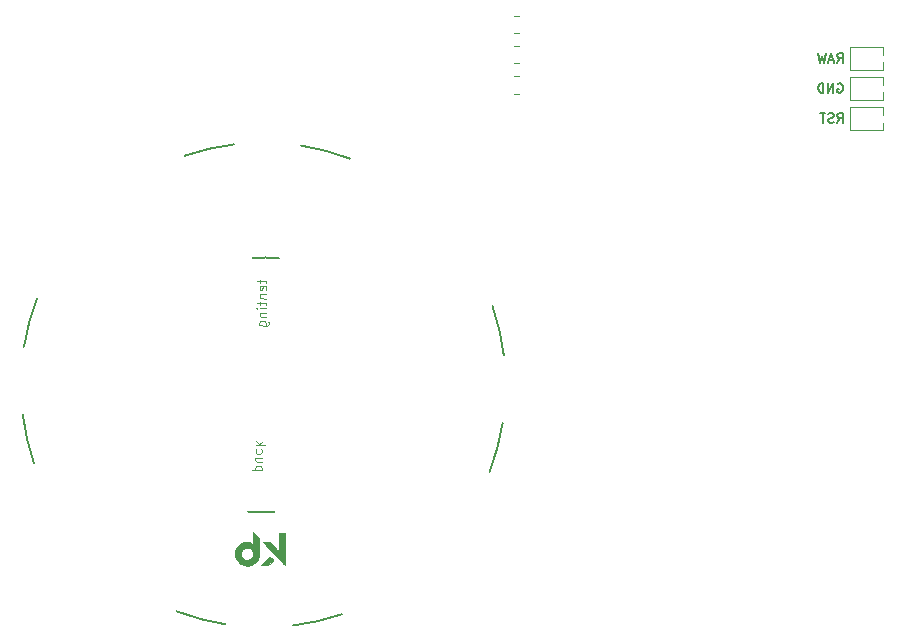
<source format=gbr>
%TF.GenerationSoftware,KiCad,Pcbnew,8.0.5-1.fc40*%
%TF.CreationDate,2024-10-14T16:03:34+11:00*%
%TF.ProjectId,pueo,7075656f-2e6b-4696-9361-645f70636258,0.1*%
%TF.SameCoordinates,Original*%
%TF.FileFunction,Legend,Bot*%
%TF.FilePolarity,Positive*%
%FSLAX46Y46*%
G04 Gerber Fmt 4.6, Leading zero omitted, Abs format (unit mm)*
G04 Created by KiCad (PCBNEW 8.0.5-1.fc40) date 2024-10-14 16:03:34*
%MOMM*%
%LPD*%
G01*
G04 APERTURE LIST*
%ADD10C,0.150000*%
%ADD11C,0.100000*%
%ADD12C,0.120000*%
%ADD13C,0.200000*%
%ADD14C,0.010000*%
G04 APERTURE END LIST*
D10*
X204761875Y-92853111D02*
X205028542Y-92472158D01*
X205219018Y-92853111D02*
X205219018Y-92053111D01*
X205219018Y-92053111D02*
X204914256Y-92053111D01*
X204914256Y-92053111D02*
X204838066Y-92091206D01*
X204838066Y-92091206D02*
X204799971Y-92129301D01*
X204799971Y-92129301D02*
X204761875Y-92205492D01*
X204761875Y-92205492D02*
X204761875Y-92319777D01*
X204761875Y-92319777D02*
X204799971Y-92395968D01*
X204799971Y-92395968D02*
X204838066Y-92434063D01*
X204838066Y-92434063D02*
X204914256Y-92472158D01*
X204914256Y-92472158D02*
X205219018Y-92472158D01*
X204457114Y-92624539D02*
X204076161Y-92624539D01*
X204533304Y-92853111D02*
X204266637Y-92053111D01*
X204266637Y-92053111D02*
X203999971Y-92853111D01*
X203809495Y-92053111D02*
X203619019Y-92853111D01*
X203619019Y-92853111D02*
X203466638Y-92281682D01*
X203466638Y-92281682D02*
X203314257Y-92853111D01*
X203314257Y-92853111D02*
X203123781Y-92053111D01*
X204819017Y-94631212D02*
X204895207Y-94593117D01*
X204895207Y-94593117D02*
X205009493Y-94593117D01*
X205009493Y-94593117D02*
X205123779Y-94631212D01*
X205123779Y-94631212D02*
X205199969Y-94707402D01*
X205199969Y-94707402D02*
X205238064Y-94783593D01*
X205238064Y-94783593D02*
X205276160Y-94935974D01*
X205276160Y-94935974D02*
X205276160Y-95050260D01*
X205276160Y-95050260D02*
X205238064Y-95202641D01*
X205238064Y-95202641D02*
X205199969Y-95278831D01*
X205199969Y-95278831D02*
X205123779Y-95355022D01*
X205123779Y-95355022D02*
X205009493Y-95393117D01*
X205009493Y-95393117D02*
X204933302Y-95393117D01*
X204933302Y-95393117D02*
X204819017Y-95355022D01*
X204819017Y-95355022D02*
X204780921Y-95316926D01*
X204780921Y-95316926D02*
X204780921Y-95050260D01*
X204780921Y-95050260D02*
X204933302Y-95050260D01*
X204438064Y-95393117D02*
X204438064Y-94593117D01*
X204438064Y-94593117D02*
X203980921Y-95393117D01*
X203980921Y-95393117D02*
X203980921Y-94593117D01*
X203599969Y-95393117D02*
X203599969Y-94593117D01*
X203599969Y-94593117D02*
X203409493Y-94593117D01*
X203409493Y-94593117D02*
X203295207Y-94631212D01*
X203295207Y-94631212D02*
X203219017Y-94707402D01*
X203219017Y-94707402D02*
X203180922Y-94783593D01*
X203180922Y-94783593D02*
X203142826Y-94935974D01*
X203142826Y-94935974D02*
X203142826Y-95050260D01*
X203142826Y-95050260D02*
X203180922Y-95202641D01*
X203180922Y-95202641D02*
X203219017Y-95278831D01*
X203219017Y-95278831D02*
X203295207Y-95355022D01*
X203295207Y-95355022D02*
X203409493Y-95393117D01*
X203409493Y-95393117D02*
X203599969Y-95393117D01*
X204761873Y-97933117D02*
X205028540Y-97552164D01*
X205219016Y-97933117D02*
X205219016Y-97133117D01*
X205219016Y-97133117D02*
X204914254Y-97133117D01*
X204914254Y-97133117D02*
X204838064Y-97171212D01*
X204838064Y-97171212D02*
X204799969Y-97209307D01*
X204799969Y-97209307D02*
X204761873Y-97285498D01*
X204761873Y-97285498D02*
X204761873Y-97399783D01*
X204761873Y-97399783D02*
X204799969Y-97475974D01*
X204799969Y-97475974D02*
X204838064Y-97514069D01*
X204838064Y-97514069D02*
X204914254Y-97552164D01*
X204914254Y-97552164D02*
X205219016Y-97552164D01*
X204457112Y-97895022D02*
X204342826Y-97933117D01*
X204342826Y-97933117D02*
X204152350Y-97933117D01*
X204152350Y-97933117D02*
X204076159Y-97895022D01*
X204076159Y-97895022D02*
X204038064Y-97856926D01*
X204038064Y-97856926D02*
X203999969Y-97780736D01*
X203999969Y-97780736D02*
X203999969Y-97704545D01*
X203999969Y-97704545D02*
X204038064Y-97628355D01*
X204038064Y-97628355D02*
X204076159Y-97590260D01*
X204076159Y-97590260D02*
X204152350Y-97552164D01*
X204152350Y-97552164D02*
X204304731Y-97514069D01*
X204304731Y-97514069D02*
X204380921Y-97475974D01*
X204380921Y-97475974D02*
X204419016Y-97437879D01*
X204419016Y-97437879D02*
X204457112Y-97361688D01*
X204457112Y-97361688D02*
X204457112Y-97285498D01*
X204457112Y-97285498D02*
X204419016Y-97209307D01*
X204419016Y-97209307D02*
X204380921Y-97171212D01*
X204380921Y-97171212D02*
X204304731Y-97133117D01*
X204304731Y-97133117D02*
X204114254Y-97133117D01*
X204114254Y-97133117D02*
X203999969Y-97171212D01*
X203771397Y-97133117D02*
X203314254Y-97133117D01*
X203542826Y-97933117D02*
X203542826Y-97133117D01*
D11*
X155905837Y-111206364D02*
X155900518Y-111511079D01*
X155637216Y-111315978D02*
X156322826Y-111327946D01*
X156322826Y-111327946D02*
X156398340Y-111367365D01*
X156398340Y-111367365D02*
X156435100Y-111444209D01*
X156435100Y-111444209D02*
X156433770Y-111520387D01*
X156385708Y-112091064D02*
X156425127Y-112015550D01*
X156425127Y-112015550D02*
X156427786Y-111863192D01*
X156427786Y-111863192D02*
X156391027Y-111786349D01*
X156391027Y-111786349D02*
X156315513Y-111746930D01*
X156315513Y-111746930D02*
X156010797Y-111741611D01*
X156010797Y-111741611D02*
X155933954Y-111778370D01*
X155933954Y-111778370D02*
X155894534Y-111853884D01*
X155894534Y-111853884D02*
X155891875Y-112006242D01*
X155891875Y-112006242D02*
X155928635Y-112083086D01*
X155928635Y-112083086D02*
X156004149Y-112122505D01*
X156004149Y-112122505D02*
X156080328Y-112123835D01*
X156080328Y-112123835D02*
X156163155Y-111744270D01*
X155883897Y-112463315D02*
X156417149Y-112472623D01*
X155960076Y-112464645D02*
X155921321Y-112502069D01*
X155921321Y-112502069D02*
X155881902Y-112577583D01*
X155881902Y-112577583D02*
X155879908Y-112691852D01*
X155879908Y-112691852D02*
X155916667Y-112768696D01*
X155916667Y-112768696D02*
X155992181Y-112808115D01*
X155992181Y-112808115D02*
X156411165Y-112815428D01*
X155873259Y-113072747D02*
X155867940Y-113377462D01*
X155604638Y-113182361D02*
X156290248Y-113194328D01*
X156290248Y-113194328D02*
X156365762Y-113233747D01*
X156365762Y-113233747D02*
X156402522Y-113310591D01*
X156402522Y-113310591D02*
X156401192Y-113386770D01*
X156396538Y-113653396D02*
X155863286Y-113644088D01*
X155596660Y-113639434D02*
X155635414Y-113602010D01*
X155635414Y-113602010D02*
X155672839Y-113640764D01*
X155672839Y-113640764D02*
X155634085Y-113678189D01*
X155634085Y-113678189D02*
X155596660Y-113639434D01*
X155596660Y-113639434D02*
X155672839Y-113640764D01*
X155856638Y-114024982D02*
X156389890Y-114034290D01*
X155932817Y-114026312D02*
X155894062Y-114063737D01*
X155894062Y-114063737D02*
X155854643Y-114139251D01*
X155854643Y-114139251D02*
X155852649Y-114253519D01*
X155852649Y-114253519D02*
X155889408Y-114330363D01*
X155889408Y-114330363D02*
X155964922Y-114369782D01*
X155964922Y-114369782D02*
X156383906Y-114377095D01*
X155838022Y-115091487D02*
X156485542Y-115102789D01*
X156485542Y-115102789D02*
X156562386Y-115066030D01*
X156562386Y-115066030D02*
X156601140Y-115028605D01*
X156601140Y-115028605D02*
X156640559Y-114953091D01*
X156640559Y-114953091D02*
X156642554Y-114838823D01*
X156642554Y-114838823D02*
X156605794Y-114761979D01*
X156333184Y-115100130D02*
X156372604Y-115024616D01*
X156372604Y-115024616D02*
X156375263Y-114872258D01*
X156375263Y-114872258D02*
X156338503Y-114795415D01*
X156338503Y-114795415D02*
X156301079Y-114756660D01*
X156301079Y-114756660D02*
X156225565Y-114717241D01*
X156225565Y-114717241D02*
X155997028Y-114713252D01*
X155997028Y-114713252D02*
X155920184Y-114750012D01*
X155920184Y-114750012D02*
X155881430Y-114787436D01*
X155881430Y-114787436D02*
X155842011Y-114862950D01*
X155842011Y-114862950D02*
X155839352Y-115015308D01*
X155839352Y-115015308D02*
X155876111Y-115092152D01*
X156024226Y-127364892D02*
X155224348Y-127350930D01*
X155986137Y-127364227D02*
X156025556Y-127288713D01*
X156025556Y-127288713D02*
X156028215Y-127136356D01*
X156028215Y-127136356D02*
X155991455Y-127059512D01*
X155991455Y-127059512D02*
X155954031Y-127020758D01*
X155954031Y-127020758D02*
X155878517Y-126981338D01*
X155878517Y-126981338D02*
X155649980Y-126977349D01*
X155649980Y-126977349D02*
X155573137Y-127014109D01*
X155573137Y-127014109D02*
X155534382Y-127051534D01*
X155534382Y-127051534D02*
X155494963Y-127127048D01*
X155494963Y-127127048D02*
X155492304Y-127279405D01*
X155492304Y-127279405D02*
X155529063Y-127356249D01*
X156042842Y-126298388D02*
X155509590Y-126289080D01*
X156036858Y-126641192D02*
X155617874Y-126633879D01*
X155617874Y-126633879D02*
X155542360Y-126594460D01*
X155542360Y-126594460D02*
X155505601Y-126517616D01*
X155505601Y-126517616D02*
X155507595Y-126403348D01*
X155507595Y-126403348D02*
X155547014Y-126327834D01*
X155547014Y-126327834D02*
X155585769Y-126290409D01*
X155560312Y-125566045D02*
X155520892Y-125641559D01*
X155520892Y-125641559D02*
X155518233Y-125793916D01*
X155518233Y-125793916D02*
X155554993Y-125870760D01*
X155554993Y-125870760D02*
X155592417Y-125909514D01*
X155592417Y-125909514D02*
X155667931Y-125948934D01*
X155667931Y-125948934D02*
X155896468Y-125952923D01*
X155896468Y-125952923D02*
X155973312Y-125916163D01*
X155973312Y-125916163D02*
X156012066Y-125878738D01*
X156012066Y-125878738D02*
X156051485Y-125803224D01*
X156051485Y-125803224D02*
X156054144Y-125650867D01*
X156054144Y-125650867D02*
X156017385Y-125574023D01*
X155528206Y-125222575D02*
X156328084Y-125236537D01*
X155834251Y-125151715D02*
X155533525Y-124917860D01*
X156066777Y-124927168D02*
X155756742Y-125226564D01*
D12*
%TO.C,MCU1*%
X205856030Y-91498881D02*
X205856030Y-93498882D01*
X205856030Y-93498882D02*
X208656032Y-93498882D01*
X205856031Y-94038880D02*
X205856032Y-96038882D01*
X205856031Y-98578884D02*
X208656031Y-98578882D01*
X205856032Y-96038882D02*
X208656030Y-96038882D01*
X205856032Y-96578882D02*
X205856031Y-98578884D01*
X208656020Y-92168887D02*
X208656031Y-91498884D01*
X208656029Y-96578882D02*
X205856032Y-96578882D01*
X208656030Y-94718881D02*
X208656031Y-94038882D01*
X208656030Y-96038882D02*
X208656032Y-95368883D01*
X208656030Y-97243883D02*
X208656029Y-96578882D01*
X208656031Y-91498884D02*
X205856030Y-91498881D01*
X208656031Y-94038882D02*
X205856031Y-94038880D01*
X208656031Y-98578882D02*
X208656030Y-97918881D01*
X208656032Y-93498882D02*
X208656029Y-92818883D01*
D13*
%TO.C,REF\u002A\u002A*%
X135905474Y-116922181D02*
G75*
G02*
X137011622Y-112790303I20267115J-3211719D01*
G01*
X136767004Y-126804268D02*
G75*
G02*
X135805733Y-122636311I19405505J6670389D01*
G01*
X149502120Y-100728374D02*
G75*
G02*
X153670077Y-99767103I6670389J-19405505D01*
G01*
X152960811Y-140400914D02*
G75*
G02*
X148828942Y-139294769I3211658J20266882D01*
G01*
X155231663Y-109379957D02*
G75*
G02*
X156360908Y-109340523I940841J-10753843D01*
G01*
X155984110Y-130927235D02*
G75*
G02*
X154856929Y-130848415I188392J10793277D01*
G01*
X156360908Y-109340523D02*
G75*
G02*
X157488089Y-109419344I-188397J-10793256D01*
G01*
X157113355Y-130887801D02*
G75*
G02*
X155984110Y-130927235I-940820J10753111D01*
G01*
X159384207Y-99866844D02*
G75*
G02*
X163516081Y-100972989I-3211702J-20267079D01*
G01*
X162842897Y-139539384D02*
G75*
G02*
X158674941Y-140500655I-6670484J19405915D01*
G01*
X175578013Y-113463488D02*
G75*
G02*
X176539284Y-117631447I-19405661J-6670427D01*
G01*
X176439544Y-123345577D02*
G75*
G02*
X175333398Y-127477449I-20267147J3211729D01*
G01*
D14*
X158035264Y-132652778D02*
X157987408Y-135394234D01*
X157898188Y-135300387D01*
X157884653Y-135286152D01*
X157853362Y-135253248D01*
X157808236Y-135205799D01*
X157750472Y-135145064D01*
X157681263Y-135072300D01*
X157601810Y-134988763D01*
X157513306Y-134895711D01*
X157416947Y-134794403D01*
X157313930Y-134686096D01*
X157205450Y-134572046D01*
X157092702Y-134453511D01*
X156976885Y-134331748D01*
X156144801Y-133456957D01*
X156433180Y-133458897D01*
X156721557Y-133460835D01*
X157510372Y-134277426D01*
X157538880Y-132644117D01*
X158035264Y-132652778D01*
G36*
X158035264Y-132652778D02*
G01*
X157987408Y-135394234D01*
X157898188Y-135300387D01*
X157884653Y-135286152D01*
X157853362Y-135253248D01*
X157808236Y-135205799D01*
X157750472Y-135145064D01*
X157681263Y-135072300D01*
X157601810Y-134988763D01*
X157513306Y-134895711D01*
X157416947Y-134794403D01*
X157313930Y-134686096D01*
X157205450Y-134572046D01*
X157092702Y-134453511D01*
X156976885Y-134331748D01*
X156144801Y-133456957D01*
X156433180Y-133458897D01*
X156721557Y-133460835D01*
X157510372Y-134277426D01*
X157538880Y-132644117D01*
X158035264Y-132652778D01*
G37*
X156706222Y-134662075D02*
X156718268Y-134672335D01*
X156743340Y-134696396D01*
X156778876Y-134731735D01*
X156822337Y-134775824D01*
X156871179Y-134826140D01*
X157029374Y-134990270D01*
X156994837Y-135027488D01*
X156991599Y-135030925D01*
X156969330Y-135053748D01*
X156934365Y-135088890D01*
X156889767Y-135133301D01*
X156838593Y-135183925D01*
X156783904Y-135237722D01*
X156607507Y-135410739D01*
X155987588Y-135399918D01*
X156016471Y-135366782D01*
X156018812Y-135364131D01*
X156039880Y-135341266D01*
X156073260Y-135306004D01*
X156116922Y-135260414D01*
X156168842Y-135206569D01*
X156226994Y-135146539D01*
X156289353Y-135082399D01*
X156353893Y-135016217D01*
X156418591Y-134950066D01*
X156481417Y-134886018D01*
X156540350Y-134826143D01*
X156593358Y-134772514D01*
X156638427Y-134727202D01*
X156673521Y-134692278D01*
X156696620Y-134669809D01*
X156705695Y-134661883D01*
X156706222Y-134662075D01*
G36*
X156706222Y-134662075D02*
G01*
X156718268Y-134672335D01*
X156743340Y-134696396D01*
X156778876Y-134731735D01*
X156822337Y-134775824D01*
X156871179Y-134826140D01*
X157029374Y-134990270D01*
X156994837Y-135027488D01*
X156991599Y-135030925D01*
X156969330Y-135053748D01*
X156934365Y-135088890D01*
X156889767Y-135133301D01*
X156838593Y-135183925D01*
X156783904Y-135237722D01*
X156607507Y-135410739D01*
X155987588Y-135399918D01*
X156016471Y-135366782D01*
X156018812Y-135364131D01*
X156039880Y-135341266D01*
X156073260Y-135306004D01*
X156116922Y-135260414D01*
X156168842Y-135206569D01*
X156226994Y-135146539D01*
X156289353Y-135082399D01*
X156353893Y-135016217D01*
X156418591Y-134950066D01*
X156481417Y-134886018D01*
X156540350Y-134826143D01*
X156593358Y-134772514D01*
X156638427Y-134727202D01*
X156673521Y-134692278D01*
X156696620Y-134669809D01*
X156705695Y-134661883D01*
X156706222Y-134662075D01*
G37*
X155832956Y-133130217D02*
X155820797Y-133821825D01*
X155820589Y-133833559D01*
X155817702Y-133984005D01*
X155814642Y-134121245D01*
X155811457Y-134243863D01*
X155808194Y-134350452D01*
X155804899Y-134439597D01*
X155803967Y-134459587D01*
X155801619Y-134509888D01*
X155798400Y-134559911D01*
X155795292Y-134588256D01*
X155785614Y-134634544D01*
X155745847Y-134761030D01*
X155688493Y-134885911D01*
X155616748Y-135002856D01*
X155533813Y-135105546D01*
X155525260Y-135114563D01*
X155415214Y-135212985D01*
X155291347Y-135294833D01*
X155157042Y-135358477D01*
X155015688Y-135402292D01*
X154870668Y-135424646D01*
X154770359Y-135427378D01*
X154622161Y-135413391D01*
X154479325Y-135378640D01*
X154344018Y-135324247D01*
X154218396Y-135251329D01*
X154104622Y-135161008D01*
X154004855Y-135054402D01*
X153921255Y-134932631D01*
X153865875Y-134824729D01*
X153815168Y-134684594D01*
X153786340Y-134539498D01*
X153781951Y-134451678D01*
X154276682Y-134451678D01*
X154276872Y-134456972D01*
X154280224Y-134512342D01*
X154286842Y-134554756D01*
X154298811Y-134593579D01*
X154318215Y-134638169D01*
X154339033Y-134676866D01*
X154379481Y-134736377D01*
X154426567Y-134792662D01*
X154475076Y-134839709D01*
X154519814Y-134871499D01*
X154535843Y-134879556D01*
X154576439Y-134897627D01*
X154619149Y-134914461D01*
X154691628Y-134935017D01*
X154795164Y-134945347D01*
X154896913Y-134934327D01*
X154994263Y-134902888D01*
X155084597Y-134851965D01*
X155165303Y-134782486D01*
X155233768Y-134695384D01*
X155263362Y-134641748D01*
X155295431Y-134548266D01*
X155307703Y-134450916D01*
X155301108Y-134352846D01*
X155276572Y-134257191D01*
X155235025Y-134167105D01*
X155177396Y-134085739D01*
X155104605Y-134016246D01*
X155017592Y-133961778D01*
X155003699Y-133955241D01*
X154905902Y-133922904D01*
X154804744Y-133910955D01*
X154703692Y-133918512D01*
X154606222Y-133944693D01*
X154515805Y-133988618D01*
X154435915Y-134049403D01*
X154370023Y-134126164D01*
X154351758Y-134154383D01*
X154306482Y-134247024D01*
X154281921Y-134344508D01*
X154276682Y-134451678D01*
X153781951Y-134451678D01*
X153778712Y-134386865D01*
X153783837Y-134297269D01*
X153809137Y-134147409D01*
X153854360Y-134006208D01*
X153918464Y-133875321D01*
X154000410Y-133756408D01*
X154099157Y-133651133D01*
X154213664Y-133561131D01*
X154342892Y-133488083D01*
X154413303Y-133456675D01*
X154488939Y-133428767D01*
X154560920Y-133410528D01*
X154637600Y-133399929D01*
X154727336Y-133394939D01*
X154745156Y-133394584D01*
X154884224Y-133403449D01*
X155014104Y-133433398D01*
X155135444Y-133484629D01*
X155248890Y-133557340D01*
X155272720Y-133574970D01*
X155297271Y-133591732D01*
X155309596Y-133598265D01*
X155310574Y-133594251D01*
X155312438Y-133570473D01*
X155314518Y-133527380D01*
X155316737Y-133467334D01*
X155319014Y-133392701D01*
X155321280Y-133305841D01*
X155323457Y-133209119D01*
X155325466Y-133104899D01*
X155334230Y-132611408D01*
X155832956Y-133130217D01*
G36*
X155832956Y-133130217D02*
G01*
X155820797Y-133821825D01*
X155820589Y-133833559D01*
X155817702Y-133984005D01*
X155814642Y-134121245D01*
X155811457Y-134243863D01*
X155808194Y-134350452D01*
X155804899Y-134439597D01*
X155803967Y-134459587D01*
X155801619Y-134509888D01*
X155798400Y-134559911D01*
X155795292Y-134588256D01*
X155785614Y-134634544D01*
X155745847Y-134761030D01*
X155688493Y-134885911D01*
X155616748Y-135002856D01*
X155533813Y-135105546D01*
X155525260Y-135114563D01*
X155415214Y-135212985D01*
X155291347Y-135294833D01*
X155157042Y-135358477D01*
X155015688Y-135402292D01*
X154870668Y-135424646D01*
X154770359Y-135427378D01*
X154622161Y-135413391D01*
X154479325Y-135378640D01*
X154344018Y-135324247D01*
X154218396Y-135251329D01*
X154104622Y-135161008D01*
X154004855Y-135054402D01*
X153921255Y-134932631D01*
X153865875Y-134824729D01*
X153815168Y-134684594D01*
X153786340Y-134539498D01*
X153781951Y-134451678D01*
X154276682Y-134451678D01*
X154276872Y-134456972D01*
X154280224Y-134512342D01*
X154286842Y-134554756D01*
X154298811Y-134593579D01*
X154318215Y-134638169D01*
X154339033Y-134676866D01*
X154379481Y-134736377D01*
X154426567Y-134792662D01*
X154475076Y-134839709D01*
X154519814Y-134871499D01*
X154535843Y-134879556D01*
X154576439Y-134897627D01*
X154619149Y-134914461D01*
X154691628Y-134935017D01*
X154795164Y-134945347D01*
X154896913Y-134934327D01*
X154994263Y-134902888D01*
X155084597Y-134851965D01*
X155165303Y-134782486D01*
X155233768Y-134695384D01*
X155263362Y-134641748D01*
X155295431Y-134548266D01*
X155307703Y-134450916D01*
X155301108Y-134352846D01*
X155276572Y-134257191D01*
X155235025Y-134167105D01*
X155177396Y-134085739D01*
X155104605Y-134016246D01*
X155017592Y-133961778D01*
X155003699Y-133955241D01*
X154905902Y-133922904D01*
X154804744Y-133910955D01*
X154703692Y-133918512D01*
X154606222Y-133944693D01*
X154515805Y-133988618D01*
X154435915Y-134049403D01*
X154370023Y-134126164D01*
X154351758Y-134154383D01*
X154306482Y-134247024D01*
X154281921Y-134344508D01*
X154276682Y-134451678D01*
X153781951Y-134451678D01*
X153778712Y-134386865D01*
X153783837Y-134297269D01*
X153809137Y-134147409D01*
X153854360Y-134006208D01*
X153918464Y-133875321D01*
X154000410Y-133756408D01*
X154099157Y-133651133D01*
X154213664Y-133561131D01*
X154342892Y-133488083D01*
X154413303Y-133456675D01*
X154488939Y-133428767D01*
X154560920Y-133410528D01*
X154637600Y-133399929D01*
X154727336Y-133394939D01*
X154745156Y-133394584D01*
X154884224Y-133403449D01*
X155014104Y-133433398D01*
X155135444Y-133484629D01*
X155248890Y-133557340D01*
X155272720Y-133574970D01*
X155297271Y-133591732D01*
X155309596Y-133598265D01*
X155310574Y-133594251D01*
X155312438Y-133570473D01*
X155314518Y-133527380D01*
X155316737Y-133467334D01*
X155319014Y-133392701D01*
X155321280Y-133305841D01*
X155323457Y-133209119D01*
X155325466Y-133104899D01*
X155334230Y-132611408D01*
X155832956Y-133130217D01*
G37*
D12*
X177357097Y-94009024D02*
X177811225Y-94009024D01*
X177357097Y-95479024D02*
X177811225Y-95479024D01*
X177357098Y-91422474D02*
X177811226Y-91422474D01*
X177357098Y-92892474D02*
X177811226Y-92892474D01*
X177357098Y-88859022D02*
X177811226Y-88859022D01*
X177357098Y-90329022D02*
X177811226Y-90329022D01*
%TD*%
M02*

</source>
